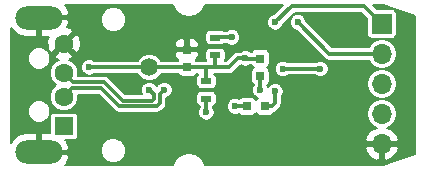
<source format=gbr>
G04 #@! TF.FileFunction,Copper,L2,Bot,Signal*
%FSLAX46Y46*%
G04 Gerber Fmt 4.6, Leading zero omitted, Abs format (unit mm)*
G04 Created by KiCad (PCBNEW 4.0.7-e2-6376~61~ubuntu18.04.1) date Fri Aug 31 14:25:44 2018*
%MOMM*%
%LPD*%
G01*
G04 APERTURE LIST*
%ADD10C,0.100000*%
%ADD11R,1.700000X1.700000*%
%ADD12O,1.700000X1.700000*%
%ADD13C,1.500000*%
%ADD14R,0.750000X0.800000*%
%ADD15R,0.800000X0.750000*%
%ADD16R,0.900000X0.500000*%
%ADD17C,1.600000*%
%ADD18R,1.600000X1.500000*%
%ADD19O,4.000000X2.000000*%
%ADD20C,0.600000*%
%ADD21C,0.350000*%
%ADD22C,0.300000*%
%ADD23C,0.200000*%
G04 APERTURE END LIST*
D10*
D11*
X131826000Y-87630000D03*
D12*
X131826000Y-90170000D03*
X131826000Y-92710000D03*
X131826000Y-95250000D03*
X131826000Y-97790000D03*
D13*
X112141000Y-91313000D03*
X112141000Y-87884000D03*
D14*
X115316000Y-89801000D03*
X115316000Y-91301000D03*
D15*
X121908000Y-94615000D03*
X120408000Y-94615000D03*
D14*
X121539000Y-92063000D03*
X121539000Y-90563000D03*
D16*
X117729000Y-88785000D03*
X117729000Y-90285000D03*
X116967000Y-93968000D03*
X116967000Y-92468000D03*
D17*
X104900000Y-91800000D03*
X104900000Y-89300000D03*
X104900000Y-93800000D03*
D18*
X104900000Y-96300000D03*
D19*
X102800000Y-98500000D03*
X102800000Y-87100000D03*
D20*
X120269000Y-90551000D03*
X107061000Y-91313000D03*
X126619000Y-98933000D03*
X112903000Y-97536000D03*
X110871000Y-99314000D03*
X106172000Y-86360000D03*
X107061000Y-96266000D03*
X112141000Y-93218000D03*
X113411000Y-93218000D03*
X122809000Y-87503000D03*
X124714000Y-87503000D03*
X126619000Y-91440000D03*
X123444000Y-91440000D03*
X119380000Y-94615000D03*
X119126000Y-88773000D03*
X116967000Y-95123000D03*
X121539000Y-93218000D03*
X122809000Y-93345000D03*
D21*
X119634000Y-90551000D02*
X120269000Y-90551000D01*
X118872000Y-91313000D02*
X119634000Y-90551000D01*
D22*
X120269000Y-90551000D02*
X120281000Y-90563000D01*
X120281000Y-90563000D02*
X121539000Y-90563000D01*
D21*
X117729000Y-91313000D02*
X118872000Y-91313000D01*
X116967000Y-92468000D02*
X116967000Y-91313000D01*
D22*
X115316000Y-91301000D02*
X115328000Y-91313000D01*
D21*
X115328000Y-91313000D02*
X116967000Y-91313000D01*
X116967000Y-91313000D02*
X117729000Y-91313000D01*
X117729000Y-90285000D02*
X117729000Y-91313000D01*
X107061000Y-91313000D02*
X107073000Y-91301000D01*
X107073000Y-91301000D02*
X115316000Y-91301000D01*
D22*
X105664000Y-92564000D02*
X105683000Y-92583000D01*
X105683000Y-92583000D02*
X108331000Y-92583000D01*
X105664000Y-92564000D02*
X104900000Y-91800000D01*
X112522000Y-93980000D02*
X112387002Y-94114998D01*
X112522000Y-93599000D02*
X112141000Y-93218000D01*
X108331000Y-92583000D02*
X109855000Y-94107000D01*
X112522000Y-93980000D02*
X112522000Y-93599000D01*
X109855000Y-94107000D02*
X109862998Y-94114998D01*
X112387002Y-94114998D02*
X109862998Y-94114998D01*
X104900000Y-91800000D02*
X104921000Y-91821000D01*
X105616998Y-93083002D02*
X108069002Y-93083002D01*
X105609000Y-93091000D02*
X105616998Y-93083002D01*
X104900000Y-93800000D02*
X105609000Y-93091000D01*
X112776000Y-94615000D02*
X113030000Y-94361000D01*
X113030000Y-94361000D02*
X113030000Y-94234000D01*
X109601000Y-94615000D02*
X112776000Y-94615000D01*
X108069002Y-93083002D02*
X109601000Y-94615000D01*
X113030000Y-93599000D02*
X113030000Y-94234000D01*
X113411000Y-93218000D02*
X113030000Y-93599000D01*
D21*
X131826000Y-87630000D02*
X130302000Y-86106000D01*
X124206000Y-86106000D02*
X122809000Y-87503000D01*
X130302000Y-86106000D02*
X124206000Y-86106000D01*
X124714000Y-87503000D02*
X127381000Y-90170000D01*
X127381000Y-90170000D02*
X131953000Y-90170000D01*
D22*
X123444000Y-91440000D02*
X126619000Y-91440000D01*
X119380000Y-94615000D02*
X120408000Y-94615000D01*
X119126000Y-88773000D02*
X117741000Y-88773000D01*
X117741000Y-88773000D02*
X117729000Y-88785000D01*
X116967000Y-95123000D02*
X116967000Y-93968000D01*
X121539000Y-92063000D02*
X121539000Y-93218000D01*
X121908000Y-94615000D02*
X122555000Y-94615000D01*
X122809000Y-94361000D02*
X122809000Y-93345000D01*
X122555000Y-94615000D02*
X122809000Y-94361000D01*
X121908000Y-94615000D02*
X121920000Y-94603000D01*
D23*
G36*
X114134766Y-86070468D02*
X114134766Y-86070473D01*
X114149482Y-86106000D01*
X114201958Y-86232690D01*
X114201963Y-86232695D01*
X114418730Y-86557111D01*
X114418731Y-86557114D01*
X114461618Y-86600000D01*
X114542886Y-86681268D01*
X114542889Y-86681269D01*
X114867307Y-86898039D01*
X114867310Y-86898042D01*
X114939639Y-86928001D01*
X115029527Y-86965234D01*
X115029532Y-86965234D01*
X115412203Y-87041352D01*
X115412209Y-87041354D01*
X115500000Y-87041353D01*
X115587791Y-87041354D01*
X115587797Y-87041352D01*
X115970468Y-86965234D01*
X115970473Y-86965234D01*
X116037665Y-86937402D01*
X116132690Y-86898042D01*
X116132695Y-86898037D01*
X116457111Y-86681270D01*
X116457114Y-86681269D01*
X116538382Y-86600000D01*
X116581268Y-86557114D01*
X116581269Y-86557111D01*
X116798039Y-86232693D01*
X116798042Y-86232690D01*
X116850518Y-86106000D01*
X116865234Y-86070473D01*
X116865234Y-86070468D01*
X116869305Y-86050000D01*
X123448827Y-86050000D01*
X122695926Y-86802901D01*
X122670372Y-86802879D01*
X122413000Y-86909223D01*
X122215915Y-87105964D01*
X122109122Y-87363150D01*
X122108879Y-87641628D01*
X122215223Y-87899000D01*
X122411964Y-88096085D01*
X122669150Y-88202878D01*
X122947628Y-88203121D01*
X123205000Y-88096777D01*
X123402085Y-87900036D01*
X123508878Y-87642850D01*
X123508879Y-87641628D01*
X124013879Y-87641628D01*
X124120223Y-87899000D01*
X124316964Y-88096085D01*
X124574150Y-88202878D01*
X124600729Y-88202901D01*
X126974414Y-90576587D01*
X127160957Y-90701231D01*
X127381000Y-90745000D01*
X130711239Y-90745000D01*
X130917628Y-91053883D01*
X131323157Y-91324849D01*
X131801511Y-91420000D01*
X131850489Y-91420000D01*
X132328843Y-91324849D01*
X132734372Y-91053883D01*
X133005338Y-90648354D01*
X133100489Y-90170000D01*
X133005338Y-89691646D01*
X132734372Y-89286117D01*
X132328843Y-89015151D01*
X131850489Y-88920000D01*
X131801511Y-88920000D01*
X131323157Y-89015151D01*
X130917628Y-89286117D01*
X130711239Y-89595000D01*
X127619173Y-89595000D01*
X125414099Y-87389927D01*
X125414121Y-87364372D01*
X125307777Y-87107000D01*
X125111036Y-86909915D01*
X124853850Y-86803122D01*
X124575372Y-86802879D01*
X124318000Y-86909223D01*
X124120915Y-87105964D01*
X124014122Y-87363150D01*
X124013879Y-87641628D01*
X123508879Y-87641628D01*
X123508901Y-87616271D01*
X124444173Y-86681000D01*
X130063828Y-86681000D01*
X130568164Y-87185336D01*
X130568164Y-88480000D01*
X130596056Y-88628231D01*
X130683660Y-88764372D01*
X130817329Y-88855704D01*
X130976000Y-88887836D01*
X132676000Y-88887836D01*
X132824231Y-88859944D01*
X132960372Y-88772340D01*
X133051704Y-88638671D01*
X133083836Y-88480000D01*
X133083836Y-86780000D01*
X133055944Y-86631769D01*
X132968340Y-86495628D01*
X132834671Y-86404296D01*
X132676000Y-86372164D01*
X131381336Y-86372164D01*
X131059172Y-86050000D01*
X131929215Y-86050000D01*
X134650000Y-86927673D01*
X134650000Y-98672327D01*
X131929215Y-99550000D01*
X116869305Y-99550000D01*
X116865234Y-99529532D01*
X116865234Y-99529527D01*
X116818104Y-99415746D01*
X116798042Y-99367310D01*
X116798039Y-99367307D01*
X116581268Y-99042887D01*
X116581268Y-99042886D01*
X116515155Y-98976773D01*
X116457114Y-98918731D01*
X116457111Y-98918730D01*
X116132695Y-98701963D01*
X116132690Y-98701958D01*
X116037665Y-98662598D01*
X115970473Y-98634766D01*
X115970468Y-98634766D01*
X115587797Y-98558648D01*
X115587791Y-98558646D01*
X115500000Y-98558647D01*
X115412209Y-98558646D01*
X115412203Y-98558648D01*
X115029532Y-98634766D01*
X114948419Y-98668362D01*
X114867310Y-98701958D01*
X114867307Y-98701961D01*
X114542889Y-98918731D01*
X114542886Y-98918732D01*
X114484845Y-98976773D01*
X114418731Y-99042886D01*
X114418731Y-99042887D01*
X114201963Y-99367305D01*
X114201958Y-99367310D01*
X114167591Y-99450281D01*
X114134766Y-99529527D01*
X114134766Y-99529532D01*
X114130695Y-99550000D01*
X105019650Y-99550000D01*
X105043094Y-99530962D01*
X105343001Y-98976773D01*
X105357812Y-98898603D01*
X105248253Y-98650000D01*
X102950000Y-98650000D01*
X102950000Y-98670000D01*
X102650000Y-98670000D01*
X102650000Y-98650000D01*
X102630000Y-98650000D01*
X102630000Y-98552942D01*
X108049818Y-98552942D01*
X108209334Y-98939000D01*
X108504446Y-99234628D01*
X108890226Y-99394818D01*
X109307942Y-99395182D01*
X109694000Y-99235666D01*
X109989628Y-98940554D01*
X110149818Y-98554774D01*
X110150157Y-98165024D01*
X130417057Y-98165024D01*
X130564535Y-98521098D01*
X130940337Y-98948188D01*
X131450974Y-99198955D01*
X131676000Y-99088275D01*
X131676000Y-97940000D01*
X131976000Y-97940000D01*
X131976000Y-99088275D01*
X132201026Y-99198955D01*
X132711663Y-98948188D01*
X133087465Y-98521098D01*
X133234943Y-98165024D01*
X133123357Y-97940000D01*
X131976000Y-97940000D01*
X131676000Y-97940000D01*
X130528643Y-97940000D01*
X130417057Y-98165024D01*
X110150157Y-98165024D01*
X110150182Y-98137058D01*
X109990666Y-97751000D01*
X109695554Y-97455372D01*
X109598270Y-97414976D01*
X130417057Y-97414976D01*
X130528643Y-97640000D01*
X131676000Y-97640000D01*
X131676000Y-97620000D01*
X131976000Y-97620000D01*
X131976000Y-97640000D01*
X133123357Y-97640000D01*
X133234943Y-97414976D01*
X133087465Y-97058902D01*
X132711663Y-96631812D01*
X132272372Y-96416082D01*
X132328843Y-96404849D01*
X132734372Y-96133883D01*
X133005338Y-95728354D01*
X133100489Y-95250000D01*
X133005338Y-94771646D01*
X132734372Y-94366117D01*
X132328843Y-94095151D01*
X131850489Y-94000000D01*
X131801511Y-94000000D01*
X131323157Y-94095151D01*
X130917628Y-94366117D01*
X130646662Y-94771646D01*
X130551511Y-95250000D01*
X130646662Y-95728354D01*
X130917628Y-96133883D01*
X131323157Y-96404849D01*
X131379628Y-96416082D01*
X130940337Y-96631812D01*
X130564535Y-97058902D01*
X130417057Y-97414976D01*
X109598270Y-97414976D01*
X109309774Y-97295182D01*
X108892058Y-97294818D01*
X108506000Y-97454334D01*
X108210372Y-97749446D01*
X108050182Y-98135226D01*
X108049818Y-98552942D01*
X102630000Y-98552942D01*
X102630000Y-98350000D01*
X102650000Y-98350000D01*
X102650000Y-96892000D01*
X102950000Y-96892000D01*
X102950000Y-98350000D01*
X105248253Y-98350000D01*
X105357812Y-98101397D01*
X105343001Y-98023227D01*
X105043094Y-97469038D01*
X105029300Y-97457836D01*
X105700000Y-97457836D01*
X105848231Y-97429944D01*
X105984372Y-97342340D01*
X106075704Y-97208671D01*
X106107836Y-97050000D01*
X106107836Y-95550000D01*
X106079944Y-95401769D01*
X105992340Y-95265628D01*
X105858671Y-95174296D01*
X105700000Y-95142164D01*
X104100000Y-95142164D01*
X103951769Y-95170056D01*
X103815628Y-95257660D01*
X103724296Y-95391329D01*
X103692164Y-95550000D01*
X103692164Y-96892000D01*
X102950000Y-96892000D01*
X102650000Y-96892000D01*
X101650000Y-96892000D01*
X101046063Y-97071804D01*
X100556906Y-97469038D01*
X100450000Y-97666586D01*
X100450000Y-95238138D01*
X101849835Y-95238138D01*
X101994159Y-95587429D01*
X102261165Y-95854902D01*
X102610204Y-95999835D01*
X102988138Y-96000165D01*
X103337429Y-95855841D01*
X103604902Y-95588835D01*
X103749835Y-95239796D01*
X103750165Y-94861862D01*
X103605841Y-94512571D01*
X103338835Y-94245098D01*
X102989796Y-94100165D01*
X102611862Y-94099835D01*
X102262571Y-94244159D01*
X101995098Y-94511165D01*
X101850165Y-94860204D01*
X101849835Y-95238138D01*
X100450000Y-95238138D01*
X100450000Y-92037647D01*
X103699793Y-92037647D01*
X103882097Y-92478857D01*
X104202943Y-92800265D01*
X103883283Y-93119367D01*
X103700209Y-93560258D01*
X103699793Y-94037647D01*
X103882097Y-94478857D01*
X104219367Y-94816717D01*
X104660258Y-94999791D01*
X105137647Y-95000207D01*
X105578857Y-94817903D01*
X105916717Y-94480633D01*
X106099791Y-94039742D01*
X106100145Y-93633002D01*
X107841184Y-93633002D01*
X109212089Y-95003906D01*
X109212091Y-95003909D01*
X109390323Y-95123000D01*
X109390524Y-95123134D01*
X109601000Y-95165000D01*
X112776000Y-95165000D01*
X112986476Y-95123134D01*
X113164909Y-95003909D01*
X113418909Y-94749909D01*
X113538134Y-94571476D01*
X113580000Y-94361000D01*
X113580000Y-93905572D01*
X113807000Y-93811777D01*
X113900940Y-93718000D01*
X116109164Y-93718000D01*
X116109164Y-94218000D01*
X116137056Y-94366231D01*
X116224660Y-94502372D01*
X116358329Y-94593704D01*
X116417000Y-94605585D01*
X116417000Y-94682954D01*
X116373915Y-94725964D01*
X116267122Y-94983150D01*
X116266879Y-95261628D01*
X116373223Y-95519000D01*
X116569964Y-95716085D01*
X116827150Y-95822878D01*
X117105628Y-95823121D01*
X117363000Y-95716777D01*
X117560085Y-95520036D01*
X117666878Y-95262850D01*
X117667121Y-94984372D01*
X117560777Y-94727000D01*
X117517000Y-94683146D01*
X117517000Y-94607019D01*
X117565231Y-94597944D01*
X117701372Y-94510340D01*
X117792704Y-94376671D01*
X117824836Y-94218000D01*
X117824836Y-93718000D01*
X117796944Y-93569769D01*
X117709340Y-93433628D01*
X117575671Y-93342296D01*
X117417000Y-93310164D01*
X116517000Y-93310164D01*
X116368769Y-93338056D01*
X116232628Y-93425660D01*
X116141296Y-93559329D01*
X116109164Y-93718000D01*
X113900940Y-93718000D01*
X114004085Y-93615036D01*
X114110878Y-93357850D01*
X114111121Y-93079372D01*
X114004777Y-92822000D01*
X113808036Y-92624915D01*
X113550850Y-92518122D01*
X113272372Y-92517879D01*
X113015000Y-92624223D01*
X112817915Y-92820964D01*
X112776029Y-92921837D01*
X112734777Y-92822000D01*
X112538036Y-92624915D01*
X112280850Y-92518122D01*
X112002372Y-92517879D01*
X111745000Y-92624223D01*
X111547915Y-92820964D01*
X111441122Y-93078150D01*
X111440879Y-93356628D01*
X111526976Y-93564998D01*
X110090815Y-93564998D01*
X108719909Y-92194091D01*
X108541476Y-92074866D01*
X108331000Y-92033000D01*
X106099797Y-92033000D01*
X106100207Y-91562353D01*
X106054457Y-91451628D01*
X106360879Y-91451628D01*
X106467223Y-91709000D01*
X106663964Y-91906085D01*
X106921150Y-92012878D01*
X107199628Y-92013121D01*
X107457000Y-91906777D01*
X107487831Y-91876000D01*
X111129325Y-91876000D01*
X111165509Y-91963572D01*
X111488727Y-92287354D01*
X111911247Y-92462800D01*
X112368746Y-92463199D01*
X112791572Y-92288491D01*
X113115354Y-91965273D01*
X113152423Y-91876000D01*
X114578281Y-91876000D01*
X114648660Y-91985372D01*
X114782329Y-92076704D01*
X114941000Y-92108836D01*
X115691000Y-92108836D01*
X115839231Y-92080944D01*
X115975372Y-91993340D01*
X116047348Y-91888000D01*
X116291154Y-91888000D01*
X116232628Y-91925660D01*
X116141296Y-92059329D01*
X116109164Y-92218000D01*
X116109164Y-92718000D01*
X116137056Y-92866231D01*
X116224660Y-93002372D01*
X116358329Y-93093704D01*
X116517000Y-93125836D01*
X117417000Y-93125836D01*
X117565231Y-93097944D01*
X117701372Y-93010340D01*
X117792704Y-92876671D01*
X117824836Y-92718000D01*
X117824836Y-92218000D01*
X117796944Y-92069769D01*
X117709340Y-91933628D01*
X117642561Y-91888000D01*
X118872000Y-91888000D01*
X119092043Y-91844231D01*
X119278586Y-91719586D01*
X119863034Y-91135139D01*
X119871964Y-91144085D01*
X120129150Y-91250878D01*
X120407628Y-91251121D01*
X120665000Y-91144777D01*
X120696833Y-91113000D01*
X120785194Y-91113000D01*
X120871660Y-91247372D01*
X120968449Y-91313505D01*
X120879628Y-91370660D01*
X120788296Y-91504329D01*
X120756164Y-91663000D01*
X120756164Y-92463000D01*
X120784056Y-92611231D01*
X120871660Y-92747372D01*
X120959507Y-92807395D01*
X120945915Y-92820964D01*
X120839122Y-93078150D01*
X120838879Y-93356628D01*
X120945223Y-93614000D01*
X121141964Y-93811085D01*
X121320599Y-93885261D01*
X121223628Y-93947660D01*
X121157495Y-94044449D01*
X121100340Y-93955628D01*
X120966671Y-93864296D01*
X120808000Y-93832164D01*
X120008000Y-93832164D01*
X119859769Y-93860056D01*
X119723628Y-93947660D01*
X119695909Y-93988228D01*
X119519850Y-93915122D01*
X119241372Y-93914879D01*
X118984000Y-94021223D01*
X118786915Y-94217964D01*
X118680122Y-94475150D01*
X118679879Y-94753628D01*
X118786223Y-95011000D01*
X118982964Y-95208085D01*
X119240150Y-95314878D01*
X119518628Y-95315121D01*
X119694990Y-95242250D01*
X119715660Y-95274372D01*
X119849329Y-95365704D01*
X120008000Y-95397836D01*
X120808000Y-95397836D01*
X120956231Y-95369944D01*
X121092372Y-95282340D01*
X121158505Y-95185551D01*
X121215660Y-95274372D01*
X121349329Y-95365704D01*
X121508000Y-95397836D01*
X122308000Y-95397836D01*
X122456231Y-95369944D01*
X122592372Y-95282340D01*
X122683704Y-95148671D01*
X122685660Y-95139010D01*
X122765476Y-95123134D01*
X122943909Y-95003909D01*
X123197909Y-94749909D01*
X123317134Y-94571476D01*
X123359000Y-94361000D01*
X123359000Y-93785046D01*
X123402085Y-93742036D01*
X123508878Y-93484850D01*
X123509121Y-93206372D01*
X123402777Y-92949000D01*
X123206036Y-92751915D01*
X123105094Y-92710000D01*
X130551511Y-92710000D01*
X130646662Y-93188354D01*
X130917628Y-93593883D01*
X131323157Y-93864849D01*
X131801511Y-93960000D01*
X131850489Y-93960000D01*
X132328843Y-93864849D01*
X132734372Y-93593883D01*
X133005338Y-93188354D01*
X133100489Y-92710000D01*
X133005338Y-92231646D01*
X132734372Y-91826117D01*
X132328843Y-91555151D01*
X131850489Y-91460000D01*
X131801511Y-91460000D01*
X131323157Y-91555151D01*
X130917628Y-91826117D01*
X130646662Y-92231646D01*
X130551511Y-92710000D01*
X123105094Y-92710000D01*
X122948850Y-92645122D01*
X122670372Y-92644879D01*
X122413000Y-92751223D01*
X122215915Y-92947964D01*
X122200331Y-92985494D01*
X122132777Y-92822000D01*
X122117915Y-92807112D01*
X122198372Y-92755340D01*
X122289704Y-92621671D01*
X122321836Y-92463000D01*
X122321836Y-91663000D01*
X122305961Y-91578628D01*
X122743879Y-91578628D01*
X122850223Y-91836000D01*
X123046964Y-92033085D01*
X123304150Y-92139878D01*
X123582628Y-92140121D01*
X123840000Y-92033777D01*
X123883854Y-91990000D01*
X126178954Y-91990000D01*
X126221964Y-92033085D01*
X126479150Y-92139878D01*
X126757628Y-92140121D01*
X127015000Y-92033777D01*
X127212085Y-91837036D01*
X127318878Y-91579850D01*
X127319121Y-91301372D01*
X127212777Y-91044000D01*
X127016036Y-90846915D01*
X126758850Y-90740122D01*
X126480372Y-90739879D01*
X126223000Y-90846223D01*
X126179146Y-90890000D01*
X123884046Y-90890000D01*
X123841036Y-90846915D01*
X123583850Y-90740122D01*
X123305372Y-90739879D01*
X123048000Y-90846223D01*
X122850915Y-91042964D01*
X122744122Y-91300150D01*
X122743879Y-91578628D01*
X122305961Y-91578628D01*
X122293944Y-91514769D01*
X122206340Y-91378628D01*
X122109551Y-91312495D01*
X122198372Y-91255340D01*
X122289704Y-91121671D01*
X122321836Y-90963000D01*
X122321836Y-90163000D01*
X122293944Y-90014769D01*
X122206340Y-89878628D01*
X122072671Y-89787296D01*
X121914000Y-89755164D01*
X121164000Y-89755164D01*
X121015769Y-89783056D01*
X120879628Y-89870660D01*
X120788296Y-90004329D01*
X120786540Y-90013000D01*
X120721025Y-90013000D01*
X120666036Y-89957915D01*
X120408850Y-89851122D01*
X120130372Y-89850879D01*
X119873000Y-89957223D01*
X119854190Y-89976000D01*
X119634000Y-89976000D01*
X119413957Y-90019769D01*
X119227414Y-90144413D01*
X118633828Y-90738000D01*
X118524415Y-90738000D01*
X118554704Y-90693671D01*
X118586836Y-90535000D01*
X118586836Y-90035000D01*
X118558944Y-89886769D01*
X118471340Y-89750628D01*
X118337671Y-89659296D01*
X118179000Y-89627164D01*
X117279000Y-89627164D01*
X117130769Y-89655056D01*
X116994628Y-89742660D01*
X116903296Y-89876329D01*
X116871164Y-90035000D01*
X116871164Y-90535000D01*
X116899056Y-90683231D01*
X116934299Y-90738000D01*
X116061440Y-90738000D01*
X116042804Y-90709038D01*
X116206437Y-90545405D01*
X116299000Y-90321939D01*
X116299000Y-90103000D01*
X116147000Y-89951000D01*
X115466000Y-89951000D01*
X115466000Y-89971000D01*
X115166000Y-89971000D01*
X115166000Y-89951000D01*
X114485000Y-89951000D01*
X114333000Y-90103000D01*
X114333000Y-90321939D01*
X114425563Y-90545405D01*
X114588511Y-90708353D01*
X114576453Y-90726000D01*
X113142758Y-90726000D01*
X113116491Y-90662428D01*
X112793273Y-90338646D01*
X112370753Y-90163200D01*
X111913254Y-90162801D01*
X111490428Y-90337509D01*
X111166646Y-90660727D01*
X111139542Y-90726000D01*
X107464110Y-90726000D01*
X107458036Y-90719915D01*
X107200850Y-90613122D01*
X106922372Y-90612879D01*
X106665000Y-90719223D01*
X106467915Y-90915964D01*
X106361122Y-91173150D01*
X106360879Y-91451628D01*
X106054457Y-91451628D01*
X105917903Y-91121143D01*
X105580633Y-90783283D01*
X105309795Y-90670821D01*
X105617843Y-90543222D01*
X105695346Y-90307478D01*
X104900000Y-89512132D01*
X104104654Y-90307478D01*
X104182157Y-90543222D01*
X104520918Y-90658232D01*
X104221143Y-90782097D01*
X103883283Y-91119367D01*
X103700209Y-91560258D01*
X103699793Y-92037647D01*
X100450000Y-92037647D01*
X100450000Y-90738138D01*
X101849835Y-90738138D01*
X101994159Y-91087429D01*
X102261165Y-91354902D01*
X102610204Y-91499835D01*
X102988138Y-91500165D01*
X103337429Y-91355841D01*
X103604902Y-91088835D01*
X103749835Y-90739796D01*
X103750165Y-90361862D01*
X103605841Y-90012571D01*
X103338835Y-89745098D01*
X102989796Y-89600165D01*
X102611862Y-89599835D01*
X102262571Y-89744159D01*
X101995098Y-90011165D01*
X101850165Y-90360204D01*
X101849835Y-90738138D01*
X100450000Y-90738138D01*
X100450000Y-87933414D01*
X100556906Y-88130962D01*
X101046063Y-88528196D01*
X101650000Y-88708000D01*
X102650000Y-88708000D01*
X102650000Y-87250000D01*
X102950000Y-87250000D01*
X102950000Y-88708000D01*
X103614054Y-88708000D01*
X103476705Y-89112559D01*
X103513316Y-89671499D01*
X103656778Y-90017843D01*
X103892522Y-90095346D01*
X104687868Y-89300000D01*
X105112132Y-89300000D01*
X105907478Y-90095346D01*
X106143222Y-90017843D01*
X106323295Y-89487441D01*
X106309712Y-89280061D01*
X114333000Y-89280061D01*
X114333000Y-89499000D01*
X114485000Y-89651000D01*
X115166000Y-89651000D01*
X115166000Y-88945000D01*
X115466000Y-88945000D01*
X115466000Y-89651000D01*
X116147000Y-89651000D01*
X116299000Y-89499000D01*
X116299000Y-89280061D01*
X116206437Y-89056595D01*
X116035404Y-88885562D01*
X115811938Y-88793000D01*
X115618000Y-88793000D01*
X115466000Y-88945000D01*
X115166000Y-88945000D01*
X115014000Y-88793000D01*
X114820062Y-88793000D01*
X114596596Y-88885562D01*
X114425563Y-89056595D01*
X114333000Y-89280061D01*
X106309712Y-89280061D01*
X106286684Y-88928501D01*
X106143222Y-88582157D01*
X105999783Y-88535000D01*
X116871164Y-88535000D01*
X116871164Y-89035000D01*
X116899056Y-89183231D01*
X116986660Y-89319372D01*
X117120329Y-89410704D01*
X117279000Y-89442836D01*
X118179000Y-89442836D01*
X118327231Y-89414944D01*
X118463372Y-89327340D01*
X118466337Y-89323000D01*
X118685954Y-89323000D01*
X118728964Y-89366085D01*
X118986150Y-89472878D01*
X119264628Y-89473121D01*
X119522000Y-89366777D01*
X119719085Y-89170036D01*
X119825878Y-88912850D01*
X119826121Y-88634372D01*
X119719777Y-88377000D01*
X119523036Y-88179915D01*
X119265850Y-88073122D01*
X118987372Y-88072879D01*
X118730000Y-88179223D01*
X118686146Y-88223000D01*
X118430905Y-88223000D01*
X118337671Y-88159296D01*
X118179000Y-88127164D01*
X117279000Y-88127164D01*
X117130769Y-88155056D01*
X116994628Y-88242660D01*
X116903296Y-88376329D01*
X116871164Y-88535000D01*
X105999783Y-88535000D01*
X105907478Y-88504654D01*
X105112132Y-89300000D01*
X104687868Y-89300000D01*
X104673726Y-89285858D01*
X104885858Y-89073726D01*
X104900000Y-89087868D01*
X105695346Y-88292522D01*
X105617843Y-88056778D01*
X105166216Y-87903449D01*
X105343001Y-87576773D01*
X105357812Y-87498603D01*
X105342097Y-87462942D01*
X108049818Y-87462942D01*
X108209334Y-87849000D01*
X108504446Y-88144628D01*
X108890226Y-88304818D01*
X109307942Y-88305182D01*
X109694000Y-88145666D01*
X109989628Y-87850554D01*
X110149818Y-87464774D01*
X110150182Y-87047058D01*
X109990666Y-86661000D01*
X109695554Y-86365372D01*
X109309774Y-86205182D01*
X108892058Y-86204818D01*
X108506000Y-86364334D01*
X108210372Y-86659446D01*
X108050182Y-87045226D01*
X108049818Y-87462942D01*
X105342097Y-87462942D01*
X105248253Y-87250000D01*
X102950000Y-87250000D01*
X102650000Y-87250000D01*
X102630000Y-87250000D01*
X102630000Y-86950000D01*
X102650000Y-86950000D01*
X102650000Y-86930000D01*
X102950000Y-86930000D01*
X102950000Y-86950000D01*
X105248253Y-86950000D01*
X105357812Y-86701397D01*
X105343001Y-86623227D01*
X105043094Y-86069038D01*
X105019650Y-86050000D01*
X114130695Y-86050000D01*
X114134766Y-86070468D01*
X114134766Y-86070468D01*
G37*
X114134766Y-86070468D02*
X114134766Y-86070473D01*
X114149482Y-86106000D01*
X114201958Y-86232690D01*
X114201963Y-86232695D01*
X114418730Y-86557111D01*
X114418731Y-86557114D01*
X114461618Y-86600000D01*
X114542886Y-86681268D01*
X114542889Y-86681269D01*
X114867307Y-86898039D01*
X114867310Y-86898042D01*
X114939639Y-86928001D01*
X115029527Y-86965234D01*
X115029532Y-86965234D01*
X115412203Y-87041352D01*
X115412209Y-87041354D01*
X115500000Y-87041353D01*
X115587791Y-87041354D01*
X115587797Y-87041352D01*
X115970468Y-86965234D01*
X115970473Y-86965234D01*
X116037665Y-86937402D01*
X116132690Y-86898042D01*
X116132695Y-86898037D01*
X116457111Y-86681270D01*
X116457114Y-86681269D01*
X116538382Y-86600000D01*
X116581268Y-86557114D01*
X116581269Y-86557111D01*
X116798039Y-86232693D01*
X116798042Y-86232690D01*
X116850518Y-86106000D01*
X116865234Y-86070473D01*
X116865234Y-86070468D01*
X116869305Y-86050000D01*
X123448827Y-86050000D01*
X122695926Y-86802901D01*
X122670372Y-86802879D01*
X122413000Y-86909223D01*
X122215915Y-87105964D01*
X122109122Y-87363150D01*
X122108879Y-87641628D01*
X122215223Y-87899000D01*
X122411964Y-88096085D01*
X122669150Y-88202878D01*
X122947628Y-88203121D01*
X123205000Y-88096777D01*
X123402085Y-87900036D01*
X123508878Y-87642850D01*
X123508879Y-87641628D01*
X124013879Y-87641628D01*
X124120223Y-87899000D01*
X124316964Y-88096085D01*
X124574150Y-88202878D01*
X124600729Y-88202901D01*
X126974414Y-90576587D01*
X127160957Y-90701231D01*
X127381000Y-90745000D01*
X130711239Y-90745000D01*
X130917628Y-91053883D01*
X131323157Y-91324849D01*
X131801511Y-91420000D01*
X131850489Y-91420000D01*
X132328843Y-91324849D01*
X132734372Y-91053883D01*
X133005338Y-90648354D01*
X133100489Y-90170000D01*
X133005338Y-89691646D01*
X132734372Y-89286117D01*
X132328843Y-89015151D01*
X131850489Y-88920000D01*
X131801511Y-88920000D01*
X131323157Y-89015151D01*
X130917628Y-89286117D01*
X130711239Y-89595000D01*
X127619173Y-89595000D01*
X125414099Y-87389927D01*
X125414121Y-87364372D01*
X125307777Y-87107000D01*
X125111036Y-86909915D01*
X124853850Y-86803122D01*
X124575372Y-86802879D01*
X124318000Y-86909223D01*
X124120915Y-87105964D01*
X124014122Y-87363150D01*
X124013879Y-87641628D01*
X123508879Y-87641628D01*
X123508901Y-87616271D01*
X124444173Y-86681000D01*
X130063828Y-86681000D01*
X130568164Y-87185336D01*
X130568164Y-88480000D01*
X130596056Y-88628231D01*
X130683660Y-88764372D01*
X130817329Y-88855704D01*
X130976000Y-88887836D01*
X132676000Y-88887836D01*
X132824231Y-88859944D01*
X132960372Y-88772340D01*
X133051704Y-88638671D01*
X133083836Y-88480000D01*
X133083836Y-86780000D01*
X133055944Y-86631769D01*
X132968340Y-86495628D01*
X132834671Y-86404296D01*
X132676000Y-86372164D01*
X131381336Y-86372164D01*
X131059172Y-86050000D01*
X131929215Y-86050000D01*
X134650000Y-86927673D01*
X134650000Y-98672327D01*
X131929215Y-99550000D01*
X116869305Y-99550000D01*
X116865234Y-99529532D01*
X116865234Y-99529527D01*
X116818104Y-99415746D01*
X116798042Y-99367310D01*
X116798039Y-99367307D01*
X116581268Y-99042887D01*
X116581268Y-99042886D01*
X116515155Y-98976773D01*
X116457114Y-98918731D01*
X116457111Y-98918730D01*
X116132695Y-98701963D01*
X116132690Y-98701958D01*
X116037665Y-98662598D01*
X115970473Y-98634766D01*
X115970468Y-98634766D01*
X115587797Y-98558648D01*
X115587791Y-98558646D01*
X115500000Y-98558647D01*
X115412209Y-98558646D01*
X115412203Y-98558648D01*
X115029532Y-98634766D01*
X114948419Y-98668362D01*
X114867310Y-98701958D01*
X114867307Y-98701961D01*
X114542889Y-98918731D01*
X114542886Y-98918732D01*
X114484845Y-98976773D01*
X114418731Y-99042886D01*
X114418731Y-99042887D01*
X114201963Y-99367305D01*
X114201958Y-99367310D01*
X114167591Y-99450281D01*
X114134766Y-99529527D01*
X114134766Y-99529532D01*
X114130695Y-99550000D01*
X105019650Y-99550000D01*
X105043094Y-99530962D01*
X105343001Y-98976773D01*
X105357812Y-98898603D01*
X105248253Y-98650000D01*
X102950000Y-98650000D01*
X102950000Y-98670000D01*
X102650000Y-98670000D01*
X102650000Y-98650000D01*
X102630000Y-98650000D01*
X102630000Y-98552942D01*
X108049818Y-98552942D01*
X108209334Y-98939000D01*
X108504446Y-99234628D01*
X108890226Y-99394818D01*
X109307942Y-99395182D01*
X109694000Y-99235666D01*
X109989628Y-98940554D01*
X110149818Y-98554774D01*
X110150157Y-98165024D01*
X130417057Y-98165024D01*
X130564535Y-98521098D01*
X130940337Y-98948188D01*
X131450974Y-99198955D01*
X131676000Y-99088275D01*
X131676000Y-97940000D01*
X131976000Y-97940000D01*
X131976000Y-99088275D01*
X132201026Y-99198955D01*
X132711663Y-98948188D01*
X133087465Y-98521098D01*
X133234943Y-98165024D01*
X133123357Y-97940000D01*
X131976000Y-97940000D01*
X131676000Y-97940000D01*
X130528643Y-97940000D01*
X130417057Y-98165024D01*
X110150157Y-98165024D01*
X110150182Y-98137058D01*
X109990666Y-97751000D01*
X109695554Y-97455372D01*
X109598270Y-97414976D01*
X130417057Y-97414976D01*
X130528643Y-97640000D01*
X131676000Y-97640000D01*
X131676000Y-97620000D01*
X131976000Y-97620000D01*
X131976000Y-97640000D01*
X133123357Y-97640000D01*
X133234943Y-97414976D01*
X133087465Y-97058902D01*
X132711663Y-96631812D01*
X132272372Y-96416082D01*
X132328843Y-96404849D01*
X132734372Y-96133883D01*
X133005338Y-95728354D01*
X133100489Y-95250000D01*
X133005338Y-94771646D01*
X132734372Y-94366117D01*
X132328843Y-94095151D01*
X131850489Y-94000000D01*
X131801511Y-94000000D01*
X131323157Y-94095151D01*
X130917628Y-94366117D01*
X130646662Y-94771646D01*
X130551511Y-95250000D01*
X130646662Y-95728354D01*
X130917628Y-96133883D01*
X131323157Y-96404849D01*
X131379628Y-96416082D01*
X130940337Y-96631812D01*
X130564535Y-97058902D01*
X130417057Y-97414976D01*
X109598270Y-97414976D01*
X109309774Y-97295182D01*
X108892058Y-97294818D01*
X108506000Y-97454334D01*
X108210372Y-97749446D01*
X108050182Y-98135226D01*
X108049818Y-98552942D01*
X102630000Y-98552942D01*
X102630000Y-98350000D01*
X102650000Y-98350000D01*
X102650000Y-96892000D01*
X102950000Y-96892000D01*
X102950000Y-98350000D01*
X105248253Y-98350000D01*
X105357812Y-98101397D01*
X105343001Y-98023227D01*
X105043094Y-97469038D01*
X105029300Y-97457836D01*
X105700000Y-97457836D01*
X105848231Y-97429944D01*
X105984372Y-97342340D01*
X106075704Y-97208671D01*
X106107836Y-97050000D01*
X106107836Y-95550000D01*
X106079944Y-95401769D01*
X105992340Y-95265628D01*
X105858671Y-95174296D01*
X105700000Y-95142164D01*
X104100000Y-95142164D01*
X103951769Y-95170056D01*
X103815628Y-95257660D01*
X103724296Y-95391329D01*
X103692164Y-95550000D01*
X103692164Y-96892000D01*
X102950000Y-96892000D01*
X102650000Y-96892000D01*
X101650000Y-96892000D01*
X101046063Y-97071804D01*
X100556906Y-97469038D01*
X100450000Y-97666586D01*
X100450000Y-95238138D01*
X101849835Y-95238138D01*
X101994159Y-95587429D01*
X102261165Y-95854902D01*
X102610204Y-95999835D01*
X102988138Y-96000165D01*
X103337429Y-95855841D01*
X103604902Y-95588835D01*
X103749835Y-95239796D01*
X103750165Y-94861862D01*
X103605841Y-94512571D01*
X103338835Y-94245098D01*
X102989796Y-94100165D01*
X102611862Y-94099835D01*
X102262571Y-94244159D01*
X101995098Y-94511165D01*
X101850165Y-94860204D01*
X101849835Y-95238138D01*
X100450000Y-95238138D01*
X100450000Y-92037647D01*
X103699793Y-92037647D01*
X103882097Y-92478857D01*
X104202943Y-92800265D01*
X103883283Y-93119367D01*
X103700209Y-93560258D01*
X103699793Y-94037647D01*
X103882097Y-94478857D01*
X104219367Y-94816717D01*
X104660258Y-94999791D01*
X105137647Y-95000207D01*
X105578857Y-94817903D01*
X105916717Y-94480633D01*
X106099791Y-94039742D01*
X106100145Y-93633002D01*
X107841184Y-93633002D01*
X109212089Y-95003906D01*
X109212091Y-95003909D01*
X109390323Y-95123000D01*
X109390524Y-95123134D01*
X109601000Y-95165000D01*
X112776000Y-95165000D01*
X112986476Y-95123134D01*
X113164909Y-95003909D01*
X113418909Y-94749909D01*
X113538134Y-94571476D01*
X113580000Y-94361000D01*
X113580000Y-93905572D01*
X113807000Y-93811777D01*
X113900940Y-93718000D01*
X116109164Y-93718000D01*
X116109164Y-94218000D01*
X116137056Y-94366231D01*
X116224660Y-94502372D01*
X116358329Y-94593704D01*
X116417000Y-94605585D01*
X116417000Y-94682954D01*
X116373915Y-94725964D01*
X116267122Y-94983150D01*
X116266879Y-95261628D01*
X116373223Y-95519000D01*
X116569964Y-95716085D01*
X116827150Y-95822878D01*
X117105628Y-95823121D01*
X117363000Y-95716777D01*
X117560085Y-95520036D01*
X117666878Y-95262850D01*
X117667121Y-94984372D01*
X117560777Y-94727000D01*
X117517000Y-94683146D01*
X117517000Y-94607019D01*
X117565231Y-94597944D01*
X117701372Y-94510340D01*
X117792704Y-94376671D01*
X117824836Y-94218000D01*
X117824836Y-93718000D01*
X117796944Y-93569769D01*
X117709340Y-93433628D01*
X117575671Y-93342296D01*
X117417000Y-93310164D01*
X116517000Y-93310164D01*
X116368769Y-93338056D01*
X116232628Y-93425660D01*
X116141296Y-93559329D01*
X116109164Y-93718000D01*
X113900940Y-93718000D01*
X114004085Y-93615036D01*
X114110878Y-93357850D01*
X114111121Y-93079372D01*
X114004777Y-92822000D01*
X113808036Y-92624915D01*
X113550850Y-92518122D01*
X113272372Y-92517879D01*
X113015000Y-92624223D01*
X112817915Y-92820964D01*
X112776029Y-92921837D01*
X112734777Y-92822000D01*
X112538036Y-92624915D01*
X112280850Y-92518122D01*
X112002372Y-92517879D01*
X111745000Y-92624223D01*
X111547915Y-92820964D01*
X111441122Y-93078150D01*
X111440879Y-93356628D01*
X111526976Y-93564998D01*
X110090815Y-93564998D01*
X108719909Y-92194091D01*
X108541476Y-92074866D01*
X108331000Y-92033000D01*
X106099797Y-92033000D01*
X106100207Y-91562353D01*
X106054457Y-91451628D01*
X106360879Y-91451628D01*
X106467223Y-91709000D01*
X106663964Y-91906085D01*
X106921150Y-92012878D01*
X107199628Y-92013121D01*
X107457000Y-91906777D01*
X107487831Y-91876000D01*
X111129325Y-91876000D01*
X111165509Y-91963572D01*
X111488727Y-92287354D01*
X111911247Y-92462800D01*
X112368746Y-92463199D01*
X112791572Y-92288491D01*
X113115354Y-91965273D01*
X113152423Y-91876000D01*
X114578281Y-91876000D01*
X114648660Y-91985372D01*
X114782329Y-92076704D01*
X114941000Y-92108836D01*
X115691000Y-92108836D01*
X115839231Y-92080944D01*
X115975372Y-91993340D01*
X116047348Y-91888000D01*
X116291154Y-91888000D01*
X116232628Y-91925660D01*
X116141296Y-92059329D01*
X116109164Y-92218000D01*
X116109164Y-92718000D01*
X116137056Y-92866231D01*
X116224660Y-93002372D01*
X116358329Y-93093704D01*
X116517000Y-93125836D01*
X117417000Y-93125836D01*
X117565231Y-93097944D01*
X117701372Y-93010340D01*
X117792704Y-92876671D01*
X117824836Y-92718000D01*
X117824836Y-92218000D01*
X117796944Y-92069769D01*
X117709340Y-91933628D01*
X117642561Y-91888000D01*
X118872000Y-91888000D01*
X119092043Y-91844231D01*
X119278586Y-91719586D01*
X119863034Y-91135139D01*
X119871964Y-91144085D01*
X120129150Y-91250878D01*
X120407628Y-91251121D01*
X120665000Y-91144777D01*
X120696833Y-91113000D01*
X120785194Y-91113000D01*
X120871660Y-91247372D01*
X120968449Y-91313505D01*
X120879628Y-91370660D01*
X120788296Y-91504329D01*
X120756164Y-91663000D01*
X120756164Y-92463000D01*
X120784056Y-92611231D01*
X120871660Y-92747372D01*
X120959507Y-92807395D01*
X120945915Y-92820964D01*
X120839122Y-93078150D01*
X120838879Y-93356628D01*
X120945223Y-93614000D01*
X121141964Y-93811085D01*
X121320599Y-93885261D01*
X121223628Y-93947660D01*
X121157495Y-94044449D01*
X121100340Y-93955628D01*
X120966671Y-93864296D01*
X120808000Y-93832164D01*
X120008000Y-93832164D01*
X119859769Y-93860056D01*
X119723628Y-93947660D01*
X119695909Y-93988228D01*
X119519850Y-93915122D01*
X119241372Y-93914879D01*
X118984000Y-94021223D01*
X118786915Y-94217964D01*
X118680122Y-94475150D01*
X118679879Y-94753628D01*
X118786223Y-95011000D01*
X118982964Y-95208085D01*
X119240150Y-95314878D01*
X119518628Y-95315121D01*
X119694990Y-95242250D01*
X119715660Y-95274372D01*
X119849329Y-95365704D01*
X120008000Y-95397836D01*
X120808000Y-95397836D01*
X120956231Y-95369944D01*
X121092372Y-95282340D01*
X121158505Y-95185551D01*
X121215660Y-95274372D01*
X121349329Y-95365704D01*
X121508000Y-95397836D01*
X122308000Y-95397836D01*
X122456231Y-95369944D01*
X122592372Y-95282340D01*
X122683704Y-95148671D01*
X122685660Y-95139010D01*
X122765476Y-95123134D01*
X122943909Y-95003909D01*
X123197909Y-94749909D01*
X123317134Y-94571476D01*
X123359000Y-94361000D01*
X123359000Y-93785046D01*
X123402085Y-93742036D01*
X123508878Y-93484850D01*
X123509121Y-93206372D01*
X123402777Y-92949000D01*
X123206036Y-92751915D01*
X123105094Y-92710000D01*
X130551511Y-92710000D01*
X130646662Y-93188354D01*
X130917628Y-93593883D01*
X131323157Y-93864849D01*
X131801511Y-93960000D01*
X131850489Y-93960000D01*
X132328843Y-93864849D01*
X132734372Y-93593883D01*
X133005338Y-93188354D01*
X133100489Y-92710000D01*
X133005338Y-92231646D01*
X132734372Y-91826117D01*
X132328843Y-91555151D01*
X131850489Y-91460000D01*
X131801511Y-91460000D01*
X131323157Y-91555151D01*
X130917628Y-91826117D01*
X130646662Y-92231646D01*
X130551511Y-92710000D01*
X123105094Y-92710000D01*
X122948850Y-92645122D01*
X122670372Y-92644879D01*
X122413000Y-92751223D01*
X122215915Y-92947964D01*
X122200331Y-92985494D01*
X122132777Y-92822000D01*
X122117915Y-92807112D01*
X122198372Y-92755340D01*
X122289704Y-92621671D01*
X122321836Y-92463000D01*
X122321836Y-91663000D01*
X122305961Y-91578628D01*
X122743879Y-91578628D01*
X122850223Y-91836000D01*
X123046964Y-92033085D01*
X123304150Y-92139878D01*
X123582628Y-92140121D01*
X123840000Y-92033777D01*
X123883854Y-91990000D01*
X126178954Y-91990000D01*
X126221964Y-92033085D01*
X126479150Y-92139878D01*
X126757628Y-92140121D01*
X127015000Y-92033777D01*
X127212085Y-91837036D01*
X127318878Y-91579850D01*
X127319121Y-91301372D01*
X127212777Y-91044000D01*
X127016036Y-90846915D01*
X126758850Y-90740122D01*
X126480372Y-90739879D01*
X126223000Y-90846223D01*
X126179146Y-90890000D01*
X123884046Y-90890000D01*
X123841036Y-90846915D01*
X123583850Y-90740122D01*
X123305372Y-90739879D01*
X123048000Y-90846223D01*
X122850915Y-91042964D01*
X122744122Y-91300150D01*
X122743879Y-91578628D01*
X122305961Y-91578628D01*
X122293944Y-91514769D01*
X122206340Y-91378628D01*
X122109551Y-91312495D01*
X122198372Y-91255340D01*
X122289704Y-91121671D01*
X122321836Y-90963000D01*
X122321836Y-90163000D01*
X122293944Y-90014769D01*
X122206340Y-89878628D01*
X122072671Y-89787296D01*
X121914000Y-89755164D01*
X121164000Y-89755164D01*
X121015769Y-89783056D01*
X120879628Y-89870660D01*
X120788296Y-90004329D01*
X120786540Y-90013000D01*
X120721025Y-90013000D01*
X120666036Y-89957915D01*
X120408850Y-89851122D01*
X120130372Y-89850879D01*
X119873000Y-89957223D01*
X119854190Y-89976000D01*
X119634000Y-89976000D01*
X119413957Y-90019769D01*
X119227414Y-90144413D01*
X118633828Y-90738000D01*
X118524415Y-90738000D01*
X118554704Y-90693671D01*
X118586836Y-90535000D01*
X118586836Y-90035000D01*
X118558944Y-89886769D01*
X118471340Y-89750628D01*
X118337671Y-89659296D01*
X118179000Y-89627164D01*
X117279000Y-89627164D01*
X117130769Y-89655056D01*
X116994628Y-89742660D01*
X116903296Y-89876329D01*
X116871164Y-90035000D01*
X116871164Y-90535000D01*
X116899056Y-90683231D01*
X116934299Y-90738000D01*
X116061440Y-90738000D01*
X116042804Y-90709038D01*
X116206437Y-90545405D01*
X116299000Y-90321939D01*
X116299000Y-90103000D01*
X116147000Y-89951000D01*
X115466000Y-89951000D01*
X115466000Y-89971000D01*
X115166000Y-89971000D01*
X115166000Y-89951000D01*
X114485000Y-89951000D01*
X114333000Y-90103000D01*
X114333000Y-90321939D01*
X114425563Y-90545405D01*
X114588511Y-90708353D01*
X114576453Y-90726000D01*
X113142758Y-90726000D01*
X113116491Y-90662428D01*
X112793273Y-90338646D01*
X112370753Y-90163200D01*
X111913254Y-90162801D01*
X111490428Y-90337509D01*
X111166646Y-90660727D01*
X111139542Y-90726000D01*
X107464110Y-90726000D01*
X107458036Y-90719915D01*
X107200850Y-90613122D01*
X106922372Y-90612879D01*
X106665000Y-90719223D01*
X106467915Y-90915964D01*
X106361122Y-91173150D01*
X106360879Y-91451628D01*
X106054457Y-91451628D01*
X105917903Y-91121143D01*
X105580633Y-90783283D01*
X105309795Y-90670821D01*
X105617843Y-90543222D01*
X105695346Y-90307478D01*
X104900000Y-89512132D01*
X104104654Y-90307478D01*
X104182157Y-90543222D01*
X104520918Y-90658232D01*
X104221143Y-90782097D01*
X103883283Y-91119367D01*
X103700209Y-91560258D01*
X103699793Y-92037647D01*
X100450000Y-92037647D01*
X100450000Y-90738138D01*
X101849835Y-90738138D01*
X101994159Y-91087429D01*
X102261165Y-91354902D01*
X102610204Y-91499835D01*
X102988138Y-91500165D01*
X103337429Y-91355841D01*
X103604902Y-91088835D01*
X103749835Y-90739796D01*
X103750165Y-90361862D01*
X103605841Y-90012571D01*
X103338835Y-89745098D01*
X102989796Y-89600165D01*
X102611862Y-89599835D01*
X102262571Y-89744159D01*
X101995098Y-90011165D01*
X101850165Y-90360204D01*
X101849835Y-90738138D01*
X100450000Y-90738138D01*
X100450000Y-87933414D01*
X100556906Y-88130962D01*
X101046063Y-88528196D01*
X101650000Y-88708000D01*
X102650000Y-88708000D01*
X102650000Y-87250000D01*
X102950000Y-87250000D01*
X102950000Y-88708000D01*
X103614054Y-88708000D01*
X103476705Y-89112559D01*
X103513316Y-89671499D01*
X103656778Y-90017843D01*
X103892522Y-90095346D01*
X104687868Y-89300000D01*
X105112132Y-89300000D01*
X105907478Y-90095346D01*
X106143222Y-90017843D01*
X106323295Y-89487441D01*
X106309712Y-89280061D01*
X114333000Y-89280061D01*
X114333000Y-89499000D01*
X114485000Y-89651000D01*
X115166000Y-89651000D01*
X115166000Y-88945000D01*
X115466000Y-88945000D01*
X115466000Y-89651000D01*
X116147000Y-89651000D01*
X116299000Y-89499000D01*
X116299000Y-89280061D01*
X116206437Y-89056595D01*
X116035404Y-88885562D01*
X115811938Y-88793000D01*
X115618000Y-88793000D01*
X115466000Y-88945000D01*
X115166000Y-88945000D01*
X115014000Y-88793000D01*
X114820062Y-88793000D01*
X114596596Y-88885562D01*
X114425563Y-89056595D01*
X114333000Y-89280061D01*
X106309712Y-89280061D01*
X106286684Y-88928501D01*
X106143222Y-88582157D01*
X105999783Y-88535000D01*
X116871164Y-88535000D01*
X116871164Y-89035000D01*
X116899056Y-89183231D01*
X116986660Y-89319372D01*
X117120329Y-89410704D01*
X117279000Y-89442836D01*
X118179000Y-89442836D01*
X118327231Y-89414944D01*
X118463372Y-89327340D01*
X118466337Y-89323000D01*
X118685954Y-89323000D01*
X118728964Y-89366085D01*
X118986150Y-89472878D01*
X119264628Y-89473121D01*
X119522000Y-89366777D01*
X119719085Y-89170036D01*
X119825878Y-88912850D01*
X119826121Y-88634372D01*
X119719777Y-88377000D01*
X119523036Y-88179915D01*
X119265850Y-88073122D01*
X118987372Y-88072879D01*
X118730000Y-88179223D01*
X118686146Y-88223000D01*
X118430905Y-88223000D01*
X118337671Y-88159296D01*
X118179000Y-88127164D01*
X117279000Y-88127164D01*
X117130769Y-88155056D01*
X116994628Y-88242660D01*
X116903296Y-88376329D01*
X116871164Y-88535000D01*
X105999783Y-88535000D01*
X105907478Y-88504654D01*
X105112132Y-89300000D01*
X104687868Y-89300000D01*
X104673726Y-89285858D01*
X104885858Y-89073726D01*
X104900000Y-89087868D01*
X105695346Y-88292522D01*
X105617843Y-88056778D01*
X105166216Y-87903449D01*
X105343001Y-87576773D01*
X105357812Y-87498603D01*
X105342097Y-87462942D01*
X108049818Y-87462942D01*
X108209334Y-87849000D01*
X108504446Y-88144628D01*
X108890226Y-88304818D01*
X109307942Y-88305182D01*
X109694000Y-88145666D01*
X109989628Y-87850554D01*
X110149818Y-87464774D01*
X110150182Y-87047058D01*
X109990666Y-86661000D01*
X109695554Y-86365372D01*
X109309774Y-86205182D01*
X108892058Y-86204818D01*
X108506000Y-86364334D01*
X108210372Y-86659446D01*
X108050182Y-87045226D01*
X108049818Y-87462942D01*
X105342097Y-87462942D01*
X105248253Y-87250000D01*
X102950000Y-87250000D01*
X102650000Y-87250000D01*
X102630000Y-87250000D01*
X102630000Y-86950000D01*
X102650000Y-86950000D01*
X102650000Y-86930000D01*
X102950000Y-86930000D01*
X102950000Y-86950000D01*
X105248253Y-86950000D01*
X105357812Y-86701397D01*
X105343001Y-86623227D01*
X105043094Y-86069038D01*
X105019650Y-86050000D01*
X114130695Y-86050000D01*
X114134766Y-86070468D01*
M02*

</source>
